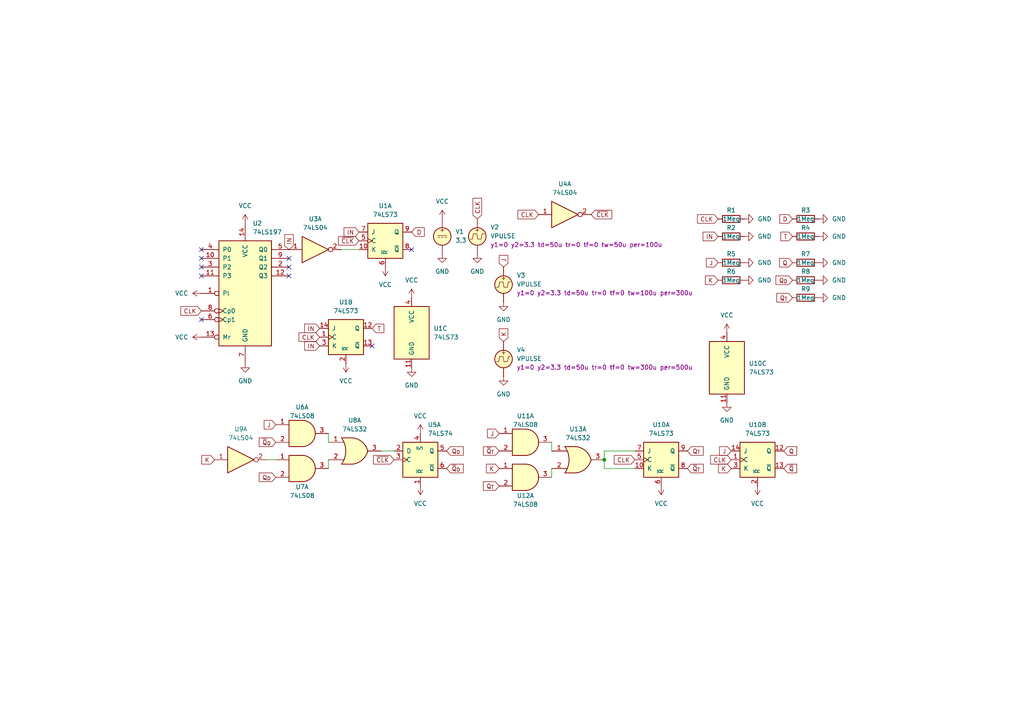
<source format=kicad_sch>
(kicad_sch (version 20250114) (generator "eeschema") (generator_version "9.0")
  (paper "A4")
  (lib_symbols
    (symbol "74xx:74LS04"
      (property "Reference" "U" (at 0 1.27 0))
      (property "Value" "74LS04" (at 0 -1.27 0))
      (symbol "74LS04_1_0"
        (polyline (pts (xy -3.81 3.81) (xy -3.81 -3.81) (xy 3.81 0) (xy -3.81 3.81)) (stroke (width 0.254)) (fill (type background)))
        (pin input line (at -7.62 0 0) (length 3.81) (name "~") (number "1"))
        (pin output inverted (at 7.62 0 180) (length 3.81) (name "~") (number "2"))
      )
      (symbol "74LS04_2_0"
        (polyline (pts (xy -3.81 3.81) (xy -3.81 -3.81) (xy 3.81 0) (xy -3.81 3.81)) (stroke (width 0.254)) (fill (type background)))
        (pin input line (at -7.62 0 0) (length 3.81) (name "~") (number "3"))
        (pin output inverted (at 7.62 0 180) (length 3.81) (name "~") (number "4"))
      )
      (symbol "74LS04_3_0"
        (polyline (pts (xy -3.81 3.81) (xy -3.81 -3.81) (xy 3.81 0) (xy -3.81 3.81)) (stroke (width 0.254)) (fill (type background)))
        (pin input line (at -7.62 0 0) (length 3.81) (name "~") (number "5"))
        (pin output inverted (at 7.62 0 180) (length 3.81) (name "~") (number "6"))
      )
      (symbol "74LS04_4_0"
        (polyline (pts (xy -3.81 3.81) (xy -3.81 -3.81) (xy 3.81 0) (xy -3.81 3.81)) (stroke (width 0.254)) (fill (type background)))
        (pin input line (at -7.62 0 0) (length 3.81) (name "~") (number "9"))
        (pin output inverted (at 7.62 0 180) (length 3.81) (name "~") (number "8"))
      )
      (symbol "74LS04_5_0"
        (polyline (pts (xy -3.81 3.81) (xy -3.81 -3.81) (xy 3.81 0) (xy -3.81 3.81)) (stroke (width 0.254)) (fill (type background)))
        (pin input line (at -7.62 0 0) (length 3.81) (name "~") (number "11"))
        (pin output inverted (at 7.62 0 180) (length 3.81) (name "~") (number "10"))
      )
      (symbol "74LS04_6_0"
        (polyline (pts (xy -3.81 3.81) (xy -3.81 -3.81) (xy 3.81 0) (xy -3.81 3.81)) (stroke (width 0.254)) (fill (type background)))
        (pin input line (at -7.62 0 0) (length 3.81) (name "~") (number "13"))
        (pin output inverted (at 7.62 0 180) (length 3.81) (name "~") (number "12"))
      )
      (symbol "74LS04_7_0"
        (pin power_in line (at 0 12.7 270) (length 5.08) (name "VCC") (number "14"))
        (pin power_in line (at 0 -12.7 90) (length 5.08) (name "GND") (number "7"))
      )
      (symbol "74LS04_7_1"
        (rectangle (start -5.08 7.62) (end 5.08 -7.62) (stroke (width 0.254)) (fill (type background)))
      )
    )
    (symbol "74xx:74LS08" (pin_names (offset 1.016))
      (property "Reference" "U" (at 0 1.27 0))
      (property "Value" "74LS08" (at 0 -1.27 0))
      (symbol "74LS08_1_1"
        (arc (start 0 3.81) (mid 3.7934 0) (end 0 -3.81) (stroke (width 0.254)) (fill (type background)))
        (polyline (pts (xy 0 3.81) (xy -3.81 3.81) (xy -3.81 -3.81) (xy 0 -3.81)) (stroke (width 0.254)) (fill (type background)))
        (pin input line (at -7.62 2.54 0) (length 3.81) (name "~") (number "1"))
        (pin input line (at -7.62 -2.54 0) (length 3.81) (name "~") (number "2"))
        (pin output line (at 7.62 0 180) (length 3.81) (name "~") (number "3"))
      )
      (symbol "74LS08_1_2"
        (arc (start -3.81 3.81) (mid -2.589 0) (end -3.81 -3.81) (stroke (width 0.254)))
        (polyline (pts (xy -3.81 3.81) (xy -0.635 3.81)) (stroke (width 0.254)) (fill (type background)))
        (polyline (pts (xy -3.81 -3.81) (xy -0.635 -3.81)) (stroke (width 0.254)) (fill (type background)))
        (arc (start 3.81 0) (mid 2.1855 -2.584) (end -0.6096 -3.81) (stroke (width 0.254)) (fill (type background)))
        (arc (start -0.6096 3.81) (mid 2.1928 2.5924) (end 3.81 0) (stroke (width 0.254)) (fill (type background)))
        (polyline (pts (xy -0.635 3.81) (xy -3.81 3.81) (xy -3.81 3.81) (xy -3.556 3.4036) (xy -3.0226 2.2606) (xy -2.6924 1.0414) (xy -2.6162 -0.254) (xy -2.7686 -1.4986) (xy -3.175 -2.7178) (xy -3.81 -3.81) (xy -3.81 -3.81) (xy -0.635 -3.81)) (stroke (width -25.4)) (fill (type background)))
        (pin input inverted (at -7.62 2.54 0) (length 4.318) (name "~") (number "1"))
        (pin input inverted (at -7.62 -2.54 0) (length 4.318) (name "~") (number "2"))
        (pin output inverted (at 7.62 0 180) (length 3.81) (name "~") (number "3"))
      )
      (symbol "74LS08_2_1"
        (arc (start 0 3.81) (mid 3.7934 0) (end 0 -3.81) (stroke (width 0.254)) (fill (type background)))
        (polyline (pts (xy 0 3.81) (xy -3.81 3.81) (xy -3.81 -3.81) (xy 0 -3.81)) (stroke (width 0.254)) (fill (type background)))
        (pin input line (at -7.62 2.54 0) (length 3.81) (name "~") (number "4"))
        (pin input line (at -7.62 -2.54 0) (length 3.81) (name "~") (number "5"))
        (pin output line (at 7.62 0 180) (length 3.81) (name "~") (number "6"))
      )
      (symbol "74LS08_2_2"
        (arc (start -3.81 3.81) (mid -2.589 0) (end -3.81 -3.81) (stroke (width 0.254)))
        (polyline (pts (xy -3.81 3.81) (xy -0.635 3.81)) (stroke (width 0.254)) (fill (type background)))
        (polyline (pts (xy -3.81 -3.81) (xy -0.635 -3.81)) (stroke (width 0.254)) (fill (type background)))
        (arc (start 3.81 0) (mid 2.1855 -2.584) (end -0.6096 -3.81) (stroke (width 0.254)) (fill (type background)))
        (arc (start -0.6096 3.81) (mid 2.1928 2.5924) (end 3.81 0) (stroke (width 0.254)) (fill (type background)))
        (polyline (pts (xy -0.635 3.81) (xy -3.81 3.81) (xy -3.81 3.81) (xy -3.556 3.4036) (xy -3.0226 2.2606) (xy -2.6924 1.0414) (xy -2.6162 -0.254) (xy -2.7686 -1.4986) (xy -3.175 -2.7178) (xy -3.81 -3.81) (xy -3.81 -3.81) (xy -0.635 -3.81)) (stroke (width -25.4)) (fill (type background)))
        (pin input inverted (at -7.62 2.54 0) (length 4.318) (name "~") (number "4"))
        (pin input inverted (at -7.62 -2.54 0) (length 4.318) (name "~") (number "5"))
        (pin output inverted (at 7.62 0 180) (length 3.81) (name "~") (number "6"))
      )
      (symbol "74LS08_3_1"
        (arc (start 0 3.81) (mid 3.7934 0) (end 0 -3.81) (stroke (width 0.254)) (fill (type background)))
        (polyline (pts (xy 0 3.81) (xy -3.81 3.81) (xy -3.81 -3.81) (xy 0 -3.81)) (stroke (width 0.254)) (fill (type background)))
        (pin input line (at -7.62 2.54 0) (length 3.81) (name "~") (number "9"))
        (pin input line (at -7.62 -2.54 0) (length 3.81) (name "~") (number "10"))
        (pin output line (at 7.62 0 180) (length 3.81) (name "~") (number "8"))
      )
      (symbol "74LS08_3_2"
        (arc (start -3.81 3.81) (mid -2.589 0) (end -3.81 -3.81) (stroke (width 0.254)))
        (polyline (pts (xy -3.81 3.81) (xy -0.635 3.81)) (stroke (width 0.254)) (fill (type background)))
        (polyline (pts (xy -3.81 -3.81) (xy -0.635 -3.81)) (stroke (width 0.254)) (fill (type background)))
        (arc (start 3.81 0) (mid 2.1855 -2.584) (end -0.6096 -3.81) (stroke (width 0.254)) (fill (type background)))
        (arc (start -0.6096 3.81) (mid 2.1928 2.5924) (end 3.81 0) (stroke (width 0.254)) (fill (type background)))
        (polyline (pts (xy -0.635 3.81) (xy -3.81 3.81) (xy -3.81 3.81) (xy -3.556 3.4036) (xy -3.0226 2.2606) (xy -2.6924 1.0414) (xy -2.6162 -0.254) (xy -2.7686 -1.4986) (xy -3.175 -2.7178) (xy -3.81 -3.81) (xy -3.81 -3.81) (xy -0.635 -3.81)) (stroke (width -25.4)) (fill (type background)))
        (pin input inverted (at -7.62 2.54 0) (length 4.318) (name "~") (number "9"))
        (pin input inverted (at -7.62 -2.54 0) (length 4.318) (name "~") (number "10"))
        (pin output inverted (at 7.62 0 180) (length 3.81) (name "~") (number "8"))
      )
      (symbol "74LS08_4_1"
        (arc (start 0 3.81) (mid 3.7934 0) (end 0 -3.81) (stroke (width 0.254)) (fill (type background)))
        (polyline (pts (xy 0 3.81) (xy -3.81 3.81) (xy -3.81 -3.81) (xy 0 -3.81)) (stroke (width 0.254)) (fill (type background)))
        (pin input line (at -7.62 2.54 0) (length 3.81) (name "~") (number "12"))
        (pin input line (at -7.62 -2.54 0) (length 3.81) (name "~") (number "13"))
        (pin output line (at 7.62 0 180) (length 3.81) (name "~") (number "11"))
      )
      (symbol "74LS08_4_2"
        (arc (start -3.81 3.81) (mid -2.589 0) (end -3.81 -3.81) (stroke (width 0.254)))
        (polyline (pts (xy -3.81 3.81) (xy -0.635 3.81)) (stroke (width 0.254)) (fill (type background)))
        (polyline (pts (xy -3.81 -3.81) (xy -0.635 -3.81)) (stroke (width 0.254)) (fill (type background)))
        (arc (start 3.81 0) (mid 2.1855 -2.584) (end -0.6096 -3.81) (stroke (width 0.254)) (fill (type background)))
        (arc (start -0.6096 3.81) (mid 2.1928 2.5924) (end 3.81 0) (stroke (width 0.254)) (fill (type background)))
        (polyline (pts (xy -0.635 3.81) (xy -3.81 3.81) (xy -3.81 3.81) (xy -3.556 3.4036) (xy -3.0226 2.2606) (xy -2.6924 1.0414) (xy -2.6162 -0.254) (xy -2.7686 -1.4986) (xy -3.175 -2.7178) (xy -3.81 -3.81) (xy -3.81 -3.81) (xy -0.635 -3.81)) (stroke (width -25.4)) (fill (type background)))
        (pin input inverted (at -7.62 2.54 0) (length 4.318) (name "~") (number "12"))
        (pin input inverted (at -7.62 -2.54 0) (length 4.318) (name "~") (number "13"))
        (pin output inverted (at 7.62 0 180) (length 3.81) (name "~") (number "11"))
      )
      (symbol "74LS08_5_0"
        (pin power_in line (at 0 12.7 270) (length 5.08) (name "VCC") (number "14"))
        (pin power_in line (at 0 -12.7 90) (length 5.08) (name "GND") (number "7"))
      )
      (symbol "74LS08_5_1"
        (rectangle (start -5.08 7.62) (end 5.08 -7.62) (stroke (width 0.254)) (fill (type background)))
      )
    )
    (symbol "74xx:74LS197" (pin_names (offset 1.016))
      (property "Reference" "U" (at -7.62 16.51 0))
      (property "Value" "74LS197" (at -7.62 -16.51 0))
      (symbol "74LS197_1_0"
        (pin input line (at -12.7 12.7 0) (length 5.08) (name "P0") (number "4"))
        (pin input line (at -12.7 10.16 0) (length 5.08) (name "P1") (number "10"))
        (pin input line (at -12.7 7.62 0) (length 5.08) (name "P2") (number "3"))
        (pin input line (at -12.7 5.08 0) (length 5.08) (name "P3") (number "11"))
        (pin input inverted (at -12.7 0 0) (length 5.08) (name "Pl") (number "1"))
        (pin input inverted_clock (at -12.7 -5.08 0) (length 5.08) (name "Cp0") (number "8"))
        (pin input inverted_clock (at -12.7 -7.62 0) (length 5.08) (name "Cp1") (number "6"))
        (pin input inverted (at -12.7 -12.7 0) (length 5.08) (name "Mr") (number "13"))
        (pin power_in line (at 0 20.32 270) (length 5.08) (name "VCC") (number "14"))
        (pin power_in line (at 0 -20.32 90) (length 5.08) (name "GND") (number "7"))
        (pin output line (at 12.7 12.7 180) (length 5.08) (name "Q0") (number "5"))
        (pin output line (at 12.7 10.16 180) (length 5.08) (name "Q1") (number "9"))
        (pin output line (at 12.7 7.62 180) (length 5.08) (name "Q2") (number "2"))
        (pin output line (at 12.7 5.08 180) (length 5.08) (name "Q3") (number "12"))
      )
      (symbol "74LS197_1_1"
        (rectangle (start -7.62 15.24) (end 7.62 -15.24) (stroke (width 0.254)) (fill (type background)))
      )
    )
    (symbol "74xx:74LS32" (pin_names (offset 1.016))
      (property "Reference" "U" (at 0 1.27 0))
      (property "Value" "74LS32" (at 0 -1.27 0))
      (symbol "74LS32_1_1"
        (arc (start -3.81 3.81) (mid -2.589 0) (end -3.81 -3.81) (stroke (width 0.254)))
        (polyline (pts (xy -3.81 3.81) (xy -0.635 3.81)) (stroke (width 0.254)) (fill (type background)))
        (polyline (pts (xy -3.81 -3.81) (xy -0.635 -3.81)) (stroke (width 0.254)) (fill (type background)))
        (arc (start 3.81 0) (mid 2.1855 -2.584) (end -0.6096 -3.81) (stroke (width 0.254)) (fill (type background)))
        (arc (start -0.6096 3.81) (mid 2.1928 2.5924) (end 3.81 0) (stroke (width 0.254)) (fill (type background)))
        (polyline (pts (xy -0.635 3.81) (xy -3.81 3.81) (xy -3.81 3.81) (xy -3.556 3.4036) (xy -3.0226 2.2606) (xy -2.6924 1.0414) (xy -2.6162 -0.254) (xy -2.7686 -1.4986) (xy -3.175 -2.7178) (xy -3.81 -3.81) (xy -3.81 -3.81) (xy -0.635 -3.81)) (stroke (width -25.4)) (fill (type background)))
        (pin input line (at -7.62 2.54 0) (length 4.318) (name "~") (number "1"))
        (pin input line (at -7.62 -2.54 0) (length 4.318) (name "~") (number "2"))
        (pin output line (at 7.62 0 180) (length 3.81) (name "~") (number "3"))
      )
      (symbol "74LS32_1_2"
        (arc (start 0 3.81) (mid 3.7934 0) (end 0 -3.81) (stroke (width 0.254)) (fill (type background)))
        (polyline (pts (xy 0 3.81) (xy -3.81 3.81) (xy -3.81 -3.81) (xy 0 -3.81)) (stroke (width 0.254)) (fill (type background)))
        (pin input inverted (at -7.62 2.54 0) (length 3.81) (name "~") (number "1"))
        (pin input inverted (at -7.62 -2.54 0) (length 3.81) (name "~") (number "2"))
        (pin output inverted (at 7.62 0 180) (length 3.81) (name "~") (number "3"))
      )
      (symbol "74LS32_2_1"
        (arc (start -3.81 3.81) (mid -2.589 0) (end -3.81 -3.81) (stroke (width 0.254)))
        (polyline (pts (xy -3.81 3.81) (xy -0.635 3.81)) (stroke (width 0.254)) (fill (type background)))
        (polyline (pts (xy -3.81 -3.81) (xy -0.635 -3.81)) (stroke (width 0.254)) (fill (type background)))
        (arc (start 3.81 0) (mid 2.1855 -2.584) (end -0.6096 -3.81) (stroke (width 0.254)) (fill (type background)))
        (arc (start -0.6096 3.81) (mid 2.1928 2.5924) (end 3.81 0) (stroke (width 0.254)) (fill (type background)))
        (polyline (pts (xy -0.635 3.81) (xy -3.81 3.81) (xy -3.81 3.81) (xy -3.556 3.4036) (xy -3.0226 2.2606) (xy -2.6924 1.0414) (xy -2.6162 -0.254) (xy -2.7686 -1.4986) (xy -3.175 -2.7178) (xy -3.81 -3.81) (xy -3.81 -3.81) (xy -0.635 -3.81)) (stroke (width -25.4)) (fill (type background)))
        (pin input line (at -7.62 2.54 0) (length 4.318) (name "~") (number "4"))
        (pin input line (at -7.62 -2.54 0) (length 4.318) (name "~") (number "5"))
        (pin output line (at 7.62 0 180) (length 3.81) (name "~") (number "6"))
      )
      (symbol "74LS32_2_2"
        (arc (start 0 3.81) (mid 3.7934 0) (end 0 -3.81) (stroke (width 0.254)) (fill (type background)))
        (polyline (pts (xy 0 3.81) (xy -3.81 3.81) (xy -3.81 -3.81) (xy 0 -3.81)) (stroke (width 0.254)) (fill (type background)))
        (pin input inverted (at -7.62 2.54 0) (length 3.81) (name "~") (number "4"))
        (pin input inverted (at -7.62 -2.54 0) (length 3.81) (name "~") (number "5"))
        (pin output inverted (at 7.62 0 180) (length 3.81) (name "~") (number "6"))
      )
      (symbol "74LS32_3_1"
        (arc (start -3.81 3.81) (mid -2.589 0) (end -3.81 -3.81) (stroke (width 0.254)))
        (polyline (pts (xy -3.81 3.81) (xy -0.635 3.81)) (stroke (width 0.254)) (fill (type background)))
        (polyline (pts (xy -3.81 -3.81) (xy -0.635 -3.81)) (stroke (width 0.254)) (fill (type background)))
        (arc (start 3.81 0) (mid 2.1855 -2.584) (end -0.6096 -3.81) (stroke (width 0.254)) (fill (type background)))
        (arc (start -0.6096 3.81) (mid 2.1928 2.5924) (end 3.81 0) (stroke (width 0.254)) (fill (type background)))
        (polyline (pts (xy -0.635 3.81) (xy -3.81 3.81) (xy -3.81 3.81) (xy -3.556 3.4036) (xy -3.0226 2.2606) (xy -2.6924 1.0414) (xy -2.6162 -0.254) (xy -2.7686 -1.4986) (xy -3.175 -2.7178) (xy -3.81 -3.81) (xy -3.81 -3.81) (xy -0.635 -3.81)) (stroke (width -25.4)) (fill (type background)))
        (pin input line (at -7.62 2.54 0) (length 4.318) (name "~") (number "9"))
        (pin input line (at -7.62 -2.54 0) (length 4.318) (name "~") (number "10"))
        (pin output line (at 7.62 0 180) (length 3.81) (name "~") (number "8"))
      )
      (symbol "74LS32_3_2"
        (arc (start 0 3.81) (mid 3.7934 0) (end 0 -3.81) (stroke (width 0.254)) (fill (type background)))
        (polyline (pts (xy 0 3.81) (xy -3.81 3.81) (xy -3.81 -3.81) (xy 0 -3.81)) (stroke (width 0.254)) (fill (type background)))
        (pin input inverted (at -7.62 2.54 0) (length 3.81) (name "~") (number "9"))
        (pin input inverted (at -7.62 -2.54 0) (length 3.81) (name "~") (number "10"))
        (pin output inverted (at 7.62 0 180) (length 3.81) (name "~") (number "8"))
      )
      (symbol "74LS32_4_1"
        (arc (start -3.81 3.81) (mid -2.589 0) (end -3.81 -3.81) (stroke (width 0.254)))
        (polyline (pts (xy -3.81 3.81) (xy -0.635 3.81)) (stroke (width 0.254)) (fill (type background)))
        (polyline (pts (xy -3.81 -3.81) (xy -0.635 -3.81)) (stroke (width 0.254)) (fill (type background)))
        (arc (start 3.81 0) (mid 2.1855 -2.584) (end -0.6096 -3.81) (stroke (width 0.254)) (fill (type background)))
        (arc (start -0.6096 3.81) (mid 2.1928 2.5924) (end 3.81 0) (stroke (width 0.254)) (fill (type background)))
        (polyline (pts (xy -0.635 3.81) (xy -3.81 3.81) (xy -3.81 3.81) (xy -3.556 3.4036) (xy -3.0226 2.2606) (xy -2.6924 1.0414) (xy -2.6162 -0.254) (xy -2.7686 -1.4986) (xy -3.175 -2.7178) (xy -3.81 -3.81) (xy -3.81 -3.81) (xy -0.635 -3.81)) (stroke (width -25.4)) (fill (type background)))
        (pin input line (at -7.62 2.54 0) (length 4.318) (name "~") (number "12"))
        (pin input line (at -7.62 -2.54 0) (length 4.318) (name "~") (number "13"))
        (pin output line (at 7.62 0 180) (length 3.81) (name "~") (number "11"))
      )
      (symbol "74LS32_4_2"
        (arc (start 0 3.81) (mid 3.7934 0) (end 0 -3.81) (stroke (width 0.254)) (fill (type background)))
        (polyline (pts (xy 0 3.81) (xy -3.81 3.81) (xy -3.81 -3.81) (xy 0 -3.81)) (stroke (width 0.254)) (fill (type background)))
        (pin input inverted (at -7.62 2.54 0) (length 3.81) (name "~") (number "12"))
        (pin input inverted (at -7.62 -2.54 0) (length 3.81) (name "~") (number "13"))
        (pin output inverted (at 7.62 0 180) (length 3.81) (name "~") (number "11"))
      )
      (symbol "74LS32_5_0"
        (pin power_in line (at 0 12.7 270) (length 5.08) (name "VCC") (number "14"))
        (pin power_in line (at 0 -12.7 90) (length 5.08) (name "GND") (number "7"))
      )
      (symbol "74LS32_5_1"
        (rectangle (start -5.08 7.62) (end 5.08 -7.62) (stroke (width 0.254)) (fill (type background)))
      )
    )
    (symbol "74xx:74LS73" (pin_names (offset 1.016))
      (property "Reference" "U" (at -7.62 8.89 0))
      (property "Value" "74LS73" (at -7.62 -8.89 0))
      (symbol "74LS73_1_0"
        (pin input line (at -7.62 2.54 0) (length 2.54) (name "J") (number "7"))
        (pin input clock (at -7.62 0 0) (length 2.54) (name "C") (number "5"))
        (pin input line (at -7.62 -2.54 0) (length 2.54) (name "K") (number "10"))
        (pin input line (at 0 -7.62 90) (length 2.54) (name "~{R}") (number "6"))
        (pin output line (at 7.62 2.54 180) (length 2.54) (name "Q") (number "9"))
        (pin output line (at 7.62 -2.54 180) (length 2.54) (name "~{Q}") (number "8"))
      )
      (symbol "74LS73_1_1"
        (rectangle (start -5.08 5.08) (end 5.08 -5.08) (stroke (width 0.254)) (fill (type background)))
      )
      (symbol "74LS73_2_0"
        (pin input line (at -7.62 2.54 0) (length 2.54) (name "J") (number "14"))
        (pin input clock (at -7.62 0 0) (length 2.54) (name "C") (number "1"))
        (pin input line (at -7.62 -2.54 0) (length 2.54) (name "K") (number "3"))
        (pin input line (at 0 -7.62 90) (length 2.54) (name "~{R}") (number "2"))
        (pin output line (at 7.62 2.54 180) (length 2.54) (name "Q") (number "12"))
        (pin output line (at 7.62 -2.54 180) (length 2.54) (name "~{Q}") (number "13"))
      )
      (symbol "74LS73_2_1"
        (rectangle (start -5.08 5.08) (end 5.08 -5.08) (stroke (width 0.254)) (fill (type background)))
      )
      (symbol "74LS73_3_0"
        (pin power_in line (at 0 10.16 270) (length 2.54) (name "VCC") (number "4"))
        (pin power_in line (at 0 -10.16 90) (length 2.54) (name "GND") (number "11"))
      )
      (symbol "74LS73_3_1"
        (rectangle (start -5.08 7.62) (end 5.08 -7.62) (stroke (width 0.254)) (fill (type background)))
      )
    )
    (symbol "74xx:74LS74" (pin_names (offset 1.016))
      (property "Reference" "U" (at -7.62 8.89 0))
      (property "Value" "74LS74" (at -7.62 -8.89 0))
      (symbol "74LS74_1_0"
        (pin input line (at -7.62 2.54 0) (length 2.54) (name "D") (number "2"))
        (pin input clock (at -7.62 0 0) (length 2.54) (name "C") (number "3"))
        (pin input line (at 0 7.62 270) (length 2.54) (name "~{S}") (number "4"))
        (pin input line (at 0 -7.62 90) (length 2.54) (name "~{R}") (number "1"))
        (pin output line (at 7.62 2.54 180) (length 2.54) (name "Q") (number "5"))
        (pin output line (at 7.62 -2.54 180) (length 2.54) (name "~{Q}") (number "6"))
      )
      (symbol "74LS74_1_1"
        (rectangle (start -5.08 5.08) (end 5.08 -5.08) (stroke (width 0.254)) (fill (type background)))
      )
      (symbol "74LS74_2_0"
        (pin input line (at -7.62 2.54 0) (length 2.54) (name "D") (number "12"))
        (pin input clock (at -7.62 0 0) (length 2.54) (name "C") (number "11"))
        (pin input line (at 0 7.62 270) (length 2.54) (name "~{S}") (number "10"))
        (pin input line (at 0 -7.62 90) (length 2.54) (name "~{R}") (number "13"))
        (pin output line (at 7.62 2.54 180) (length 2.54) (name "Q") (number "9"))
        (pin output line (at 7.62 -2.54 180) (length 2.54) (name "~{Q}") (number "8"))
      )
      (symbol "74LS74_2_1"
        (rectangle (start -5.08 5.08) (end 5.08 -5.08) (stroke (width 0.254)) (fill (type background)))
      )
      (symbol "74LS74_3_0"
        (pin power_in line (at 0 10.16 270) (length 2.54) (name "VCC") (number "14"))
        (pin power_in line (at 0 -10.16 90) (length 2.54) (name "GND") (number "7"))
      )
      (symbol "74LS74_3_1"
        (rectangle (start -5.08 7.62) (end 5.08 -7.62) (stroke (width 0.254)) (fill (type background)))
      )
    )
    (symbol "Device:R" (pin_numbers (hide yes)) (pin_names (offset 0))
      (property "Reference" "R" (at 2.032 0 90))
      (property "Value" "R" (at 0 0 90))
      (symbol "R_0_1"
        (rectangle (start -1.016 -2.54) (end 1.016 2.54) (stroke (width 0.254)))
      )
      (symbol "R_1_1"
        (pin passive line (at 0 3.81 270) (length 1.27) (name "~") (number "1"))
        (pin passive line (at 0 -3.81 90) (length 1.27) (name "~") (number "2"))
      )
    )
    (symbol "Simulation_SPICE:VDC" (pin_numbers (hide yes)) (pin_names (offset 0.0254))
      (property "Reference" "V" (at 2.54 2.54 0))
      (property "Value" "1" (at 2.54 0 0))
      (symbol "VDC_0_0"
        (polyline (pts (xy -1.27 0.254) (xy 1.27 0.254)))
        (polyline (pts (xy -0.762 -0.254) (xy -1.27 -0.254)))
        (polyline (pts (xy 0.254 -0.254) (xy -0.254 -0.254)))
        (polyline (pts (xy 1.27 -0.254) (xy 0.762 -0.254)))
        (text "+" (at 0 1.905 0) (effects (font (size 1.27 1.27))))
      )
      (symbol "VDC_0_1"
        (circle (center 0 0) (radius 2.54) (stroke (width 0.254)) (fill (type background)))
      )
      (symbol "VDC_1_1"
        (pin passive line (at 0 5.08 270) (length 2.54) (name "~") (number "1"))
        (pin passive line (at 0 -5.08 90) (length 2.54) (name "~") (number "2"))
      )
    )
    (symbol "Simulation_SPICE:VPULSE" (pin_numbers (hide yes)) (pin_names (offset 0.0254))
      (property "Reference" "V" (at 2.54 2.54 0))
      (property "Value" "VPULSE" (at 2.54 0 0))
      (property "Sim.Params" "y1=0 y2=1 td=2n tr=2n tf=2n tw=50n per=100n" (at 2.54 -2.54 0))
      (symbol "VPULSE_0_0"
        (polyline (pts (xy -2.032 -0.762) (xy -1.397 -0.762) (xy -1.143 0.762) (xy -0.127 0.762) (xy 0.127 -0.762) (xy 1.143 -0.762) (xy 1.397 0.762) (xy 2.032 0.762)))
        (text "+" (at 0 1.905 0) (effects (font (size 1.27 1.27))))
      )
      (symbol "VPULSE_0_1"
        (circle (center 0 0) (radius 2.54) (stroke (width 0.254)) (fill (type background)))
      )
      (symbol "VPULSE_1_1"
        (pin passive line (at 0 5.08 270) (length 2.54) (name "~") (number "1"))
        (pin passive line (at 0 -5.08 90) (length 2.54) (name "~") (number "2"))
      )
    )
    (symbol "power:GND" (power) (pin_numbers (hide yes)) (pin_names (offset 0) (hide yes))
      (property "Value" "GND" (at 0 -3.81 0))
      (symbol "GND_0_1"
        (polyline (pts (xy 0 0) (xy 0 -1.27) (xy 1.27 -1.27) (xy 0 -2.54) (xy -1.27 -1.27) (xy 0 -1.27)))
      )
      (symbol "GND_1_1"
        (pin power_in line (at 0 0 270) (length 0) (name "~") (number "1"))
      )
    )
    (symbol "power:VCC" (power) (pin_numbers (hide yes)) (pin_names (offset 0) (hide yes))
      (property "Value" "VCC" (at 0 3.556 0))
      (symbol "VCC_0_1"
        (polyline (pts (xy -0.762 1.27) (xy 0 2.54)))
        (polyline (pts (xy 0 2.54) (xy 0.762 1.27)))
        (polyline (pts (xy 0 0) (xy 0 2.54)))
      )
      (symbol "VCC_1_1"
        (pin power_in line (at 0 0 90) (length 0) (name "~") (number "1"))
      )
    )
  )
  (junction (at 175.26 133.35))
  (no_connect (at 119.38 72.39))
  (no_connect (at 58.42 92.71))
  (no_connect (at 58.42 72.39))
  (no_connect (at 58.42 80.01))
  (no_connect (at 58.42 77.47))
  (no_connect (at 58.42 74.93))
  (no_connect (at 83.82 80.01))
  (no_connect (at 83.82 77.47))
  (no_connect (at 107.95 100.33))
  (no_connect (at 83.82 74.93))
  (wire (pts (xy 95.25 125.73) (xy 95.25 128.27)))
  (wire (pts (xy 77.47 133.35) (xy 80.01 133.35)))
  (wire (pts (xy 175.26 133.35) (xy 175.26 130.81)))
  (wire (pts (xy 99.06 72.39) (xy 104.14 72.39)))
  (wire (pts (xy 160.02 128.27) (xy 160.02 130.81)))
  (wire (pts (xy 175.26 130.81) (xy 184.15 130.81)))
  (wire (pts (xy 110.49 130.81) (xy 114.3 130.81)))
  (wire (pts (xy 95.25 133.35) (xy 95.25 135.89)))
  (wire (pts (xy 175.26 135.89) (xy 184.15 135.89)))
  (wire (pts (xy 160.02 135.89) (xy 160.02 138.43)))
  (wire (pts (xy 175.26 133.35) (xy 175.26 135.89)))
  (global_label "IN" (shape input) (at 92.71 95.25 180) (property "Intersheetrefs" "${INTERSHEET_REFS}" (effects (hide yes))))
  (global_label "Q_{D}" (shape input) (at 129.54 130.81 0) (property "Intersheetrefs" "${INTERSHEET_REFS}" (effects (hide yes))))
  (global_label "J" (shape input) (at 144.78 125.73 180) (property "Intersheetrefs" "${INTERSHEET_REFS}" (effects (hide yes))))
  (global_label "Q_{T}" (shape input) (at 229.87 86.36 180) (property "Intersheetrefs" "${INTERSHEET_REFS}" (effects (hide yes))))
  (global_label "Q" (shape input) (at 227.33 130.81 0) (property "Intersheetrefs" "${INTERSHEET_REFS}" (effects (hide yes))))
  (global_label "~{Q}_{T}" (shape input) (at 199.39 135.89 0) (property "Intersheetrefs" "${INTERSHEET_REFS}" (effects (hide yes))))
  (global_label "Q_{D}" (shape input) (at 229.87 81.28 180) (property "Intersheetrefs" "${INTERSHEET_REFS}" (effects (hide yes))))
  (global_label "~{Q}_{D}" (shape input) (at 80.01 128.27 180) (property "Intersheetrefs" "${INTERSHEET_REFS}" (effects (hide yes))))
  (global_label "~{CLK}" (shape input) (at 114.3 133.35 180) (property "Intersheetrefs" "${INTERSHEET_REFS}" (effects (hide yes))))
  (global_label "K" (shape input) (at 62.23 133.35 180) (property "Intersheetrefs" "${INTERSHEET_REFS}" (effects (hide yes))))
  (global_label "Q_{T}" (shape input) (at 144.78 140.97 180) (property "Intersheetrefs" "${INTERSHEET_REFS}" (effects (hide yes))))
  (global_label "CLK" (shape input) (at 212.09 133.35 180) (property "Intersheetrefs" "${INTERSHEET_REFS}" (effects (hide yes))))
  (global_label "T" (shape input) (at 107.95 95.25 0) (property "Intersheetrefs" "${INTERSHEET_REFS}" (effects (hide yes))))
  (global_label "K" (shape input) (at 146.05 99.06 90) (property "Intersheetrefs" "${INTERSHEET_REFS}" (effects (hide yes))))
  (global_label "IN" (shape input) (at 208.28 68.58 180) (property "Intersheetrefs" "${INTERSHEET_REFS}" (effects (hide yes))))
  (global_label "~{Q}_{T}" (shape input) (at 144.78 130.81 180) (property "Intersheetrefs" "${INTERSHEET_REFS}" (effects (hide yes))))
  (global_label "CLK" (shape input) (at 58.42 90.17 180) (property "Intersheetrefs" "${INTERSHEET_REFS}" (effects (hide yes))))
  (global_label "Q" (shape input) (at 229.87 76.2 180) (property "Intersheetrefs" "${INTERSHEET_REFS}" (effects (hide yes))))
  (global_label "~{Q}" (shape input) (at 227.33 135.89 0) (property "Intersheetrefs" "${INTERSHEET_REFS}" (effects (hide yes))))
  (global_label "K" (shape input) (at 144.78 135.89 180) (property "Intersheetrefs" "${INTERSHEET_REFS}" (effects (hide yes))))
  (global_label "CLK" (shape input) (at 184.15 133.35 180) (property "Intersheetrefs" "${INTERSHEET_REFS}" (effects (hide yes))))
  (global_label "CLK" (shape input) (at 92.71 97.79 180) (property "Intersheetrefs" "${INTERSHEET_REFS}" (effects (hide yes))))
  (global_label "CLK" (shape input) (at 138.43 63.5 90) (property "Intersheetrefs" "${INTERSHEET_REFS}" (effects (hide yes))))
  (global_label "~{Q}_{D}" (shape input) (at 129.54 135.89 0) (property "Intersheetrefs" "${INTERSHEET_REFS}" (effects (hide yes))))
  (global_label "IN" (shape input) (at 83.82 72.39 90) (property "Intersheetrefs" "${INTERSHEET_REFS}" (effects (hide yes))))
  (global_label "CLK" (shape input) (at 208.28 63.5 180) (property "Intersheetrefs" "${INTERSHEET_REFS}" (effects (hide yes))))
  (global_label "Q_{T}" (shape input) (at 199.39 130.81 0) (property "Intersheetrefs" "${INTERSHEET_REFS}" (effects (hide yes))))
  (global_label "D" (shape input) (at 229.87 63.5 180) (property "Intersheetrefs" "${INTERSHEET_REFS}" (effects (hide yes))))
  (global_label "Q_{D}" (shape input) (at 80.01 138.43 180) (property "Intersheetrefs" "${INTERSHEET_REFS}" (effects (hide yes))))
  (global_label "K" (shape input) (at 208.28 81.28 180) (property "Intersheetrefs" "${INTERSHEET_REFS}" (effects (hide yes))))
  (global_label "IN" (shape input) (at 92.71 100.33 180) (property "Intersheetrefs" "${INTERSHEET_REFS}" (effects (hide yes))))
  (global_label "J" (shape input) (at 208.28 76.2 180) (property "Intersheetrefs" "${INTERSHEET_REFS}" (effects (hide yes))))
  (global_label "K" (shape input) (at 212.09 135.89 180) (property "Intersheetrefs" "${INTERSHEET_REFS}" (effects (hide yes))))
  (global_label "J" (shape input) (at 212.09 130.81 180) (property "Intersheetrefs" "${INTERSHEET_REFS}" (effects (hide yes))))
  (global_label "~{CLK}" (shape input) (at 171.45 62.23 0) (property "Intersheetrefs" "${INTERSHEET_REFS}" (effects (hide yes))))
  (global_label "CLK" (shape input) (at 156.21 62.23 180) (property "Intersheetrefs" "${INTERSHEET_REFS}" (effects (hide yes))))
  (global_label "J" (shape input) (at 146.05 77.47 90) (property "Intersheetrefs" "${INTERSHEET_REFS}" (effects (hide yes))))
  (global_label "T" (shape input) (at 229.87 68.58 180) (property "Intersheetrefs" "${INTERSHEET_REFS}" (effects (hide yes))))
  (global_label "J" (shape input) (at 80.01 123.19 180) (property "Intersheetrefs" "${INTERSHEET_REFS}" (effects (hide yes))))
  (global_label "D" (shape input) (at 119.38 67.31 0) (property "Intersheetrefs" "${INTERSHEET_REFS}" (effects (hide yes))))
  (global_label "IN" (shape input) (at 104.14 67.31 180) (property "Intersheetrefs" "${INTERSHEET_REFS}" (effects (hide yes))))
  (global_label "~{CLK}" (shape input) (at 104.14 69.85 180) (property "Intersheetrefs" "${INTERSHEET_REFS}" (effects (hide yes))))
  (symbol (lib_id "74xx:74LS08") (at 87.63 135.89 0) (unit 1)
    (property "Reference" "U7" (at 87.63 141.224 0))
    (property "Value" "74LS08" (at 87.63 143.764 0))
    (property "Datasheet" "http://www.ti.com/lit/gpn/sn74LS08" (effects (hide yes)))
    (property "Description" "Quad And2" (effects (hide yes)))
    (property "Sim.Library" "../74LS08.lib" (effects (hide yes)))
    (property "Sim.Name" "74LS08" (effects (hide yes)))
    (property "Sim.Device" "SUBCKT" (effects (hide yes)))
    (property "Sim.Pins" "1=1A 2=1B 3=1Y" (effects (hide yes)))
  )
  (symbol (lib_id "power:GND") (at 210.82 116.84 0) (unit 1)
    (property "Reference" "#PWR024" (effects (hide yes)))
    (property "Value" "GND" (at 210.82 121.92 0))
    (property "Description" "Power symbol creates a global label with name \"GND\" , ground" (effects (hide yes)))
  )
  (symbol (lib_id "74xx:74LS73") (at 210.82 106.68 0) (unit 3)
    (property "Reference" "U10" (at 217.17 105.4099 0) (effects (justify left)))
    (property "Value" "74LS73" (at 217.17 107.9499 0) (effects (justify left)))
    (property "Datasheet" "http://www.ti.com/lit/gpn/sn74LS73" (effects (hide yes)))
    (property "Description" "Dual JK Flip-Flop, reset" (effects (hide yes)))
    (property "Sim.Library" "../74LS73A.lib" (effects (hide yes)))
    (property "Sim.Name" "74LS73A" (effects (hide yes)))
    (property "Sim.Device" "SUBCKT" (effects (hide yes)))
    (property "Sim.Pins" "1=1CLK 2=1CLRBAR 3=1K 4=DPWR 5=2CLK 6=2CLRBAR 7=2J 8=2QBAR 9=2Q 10=2K 11=DGND 12=1Q 13=1QBAR 14=1J" (effects (hide yes)))
  )
  (symbol (lib_id "power:GND") (at 215.9 63.5 90) (unit 1)
    (property "Reference" "#PWR012" (effects (hide yes)))
    (property "Value" "GND" (at 219.71 63.4999 90) (effects (justify right)))
    (property "Description" "Power symbol creates a global label with name \"GND\" , ground" (effects (hide yes)))
  )
  (symbol (lib_id "power:VCC") (at 111.76 77.47 180) (unit 1)
    (property "Reference" "#PWR06" (effects (hide yes)))
    (property "Value" "VCC" (at 111.76 82.55 0))
    (property "Description" "Power symbol creates a global label with name \"VCC\"" (effects (hide yes)))
  )
  (symbol (lib_id "power:VCC") (at 191.77 140.97 180) (unit 1)
    (property "Reference" "#PWR025" (effects (hide yes)))
    (property "Value" "VCC" (at 191.77 146.05 0))
    (property "Description" "Power symbol creates a global label with name \"VCC\"" (effects (hide yes)))
  )
  (symbol (lib_id "power:VCC") (at 128.27 63.5 0) (unit 1)
    (property "Reference" "#PWR01" (effects (hide yes)))
    (property "Value" "VCC" (at 128.27 58.42 0))
    (property "Description" "Power symbol creates a global label with name \"VCC\"" (effects (hide yes)))
  )
  (symbol (lib_id "Simulation_SPICE:VPULSE") (at 146.05 104.14 0) (unit 1)
    (property "Reference" "V4" (at 149.86 101.4701 0) (effects (justify left)))
    (property "Value" "VPULSE" (at 149.86 104.0101 0) (effects (justify left)))
    (property "Datasheet" "https://ngspice.sourceforge.io/docs/ngspice-html-manual/manual.xhtml#sec_Independent_Sources_for" (effects (hide yes)))
    (property "Description" "Voltage source, pulse" (effects (hide yes)))
    (property "Sim.Pins" "1=+ 2=-" (effects (hide yes)))
    (property "Sim.Type" "PULSE" (effects (hide yes)))
    (property "Sim.Device" "V" (effects (hide yes)))
    (property "Sim.Params" "y1=0 y2=3.3 td=50u tr=0 tf=0 tw=300u per=500u" (at 149.86 106.5501 0) (effects (justify left)))
  )
  (symbol (lib_id "Simulation_SPICE:VPULSE") (at 146.05 82.55 0) (unit 1)
    (property "Reference" "V3" (at 149.86 79.8801 0) (effects (justify left)))
    (property "Value" "VPULSE" (at 149.86 82.4201 0) (effects (justify left)))
    (property "Datasheet" "https://ngspice.sourceforge.io/docs/ngspice-html-manual/manual.xhtml#sec_Independent_Sources_for" (effects (hide yes)))
    (property "Description" "Voltage source, pulse" (effects (hide yes)))
    (property "Sim.Pins" "1=+ 2=-" (effects (hide yes)))
    (property "Sim.Type" "PULSE" (effects (hide yes)))
    (property "Sim.Device" "V" (effects (hide yes)))
    (property "Sim.Params" "y1=0 y2=3.3 td=50u tr=0 tf=0 tw=100u per=300u" (at 149.86 84.9601 0) (effects (justify left)))
  )
  (symbol (lib_id "Device:R") (at 233.68 76.2 90) (unit 1)
    (property "Reference" "R7" (at 233.68 73.66 90))
    (property "Value" "1Meg" (at 233.68 76.2 90))
    (property "Description" "Resistor" (effects (hide yes)))
  )
  (symbol (lib_id "power:GND") (at 119.38 106.68 0) (unit 1)
    (property "Reference" "#PWR03" (effects (hide yes)))
    (property "Value" "GND" (at 119.38 111.76 0))
    (property "Description" "Power symbol creates a global label with name \"GND\" , ground" (effects (hide yes)))
  )
  (symbol (lib_id "74xx:74LS08") (at 87.63 125.73 0) (unit 1)
    (property "Reference" "U6" (at 87.63 118.11 0))
    (property "Value" "74LS08" (at 87.63 120.65 0))
    (property "Datasheet" "http://www.ti.com/lit/gpn/sn74LS08" (effects (hide yes)))
    (property "Description" "Quad And2" (effects (hide yes)))
    (property "Sim.Library" "../74LS08.lib" (effects (hide yes)))
    (property "Sim.Name" "74LS08" (effects (hide yes)))
    (property "Sim.Device" "SUBCKT" (effects (hide yes)))
    (property "Sim.Pins" "1=1A 2=1B 3=1Y" (effects (hide yes)))
  )
  (symbol (lib_id "power:GND") (at 237.49 63.5 90) (unit 1)
    (property "Reference" "#PWR014" (effects (hide yes)))
    (property "Value" "GND" (at 241.3 63.4999 90) (effects (justify right)))
    (property "Description" "Power symbol creates a global label with name \"GND\" , ground" (effects (hide yes)))
  )
  (symbol (lib_id "Device:R") (at 233.68 86.36 90) (unit 1)
    (property "Reference" "R9" (at 233.68 83.82 90))
    (property "Value" "1Meg" (at 233.68 86.36 90))
    (property "Description" "Resistor" (effects (hide yes)))
  )
  (symbol (lib_id "74xx:74LS04") (at 163.83 62.23 0) (unit 1)
    (property "Reference" "U4" (at 163.83 53.34 0))
    (property "Value" "74LS04" (at 163.83 55.88 0))
    (property "Datasheet" "http://www.ti.com/lit/gpn/sn74LS04" (effects (hide yes)))
    (property "Description" "Hex Inverter" (effects (hide yes)))
    (property "Sim.Library" "../74LS04.lib" (effects (hide yes)))
    (property "Sim.Name" "74LS04" (effects (hide yes)))
    (property "Sim.Device" "SUBCKT" (effects (hide yes)))
    (property "Sim.Pins" "1=1A 2=1Y" (effects (hide yes)))
  )
  (symbol (lib_id "power:VCC") (at 210.82 96.52 0) (unit 1)
    (property "Reference" "#PWR023" (effects (hide yes)))
    (property "Value" "VCC" (at 210.82 91.44 0))
    (property "Description" "Power symbol creates a global label with name \"VCC\"" (effects (hide yes)))
  )
  (symbol (lib_id "power:GND") (at 71.12 105.41 0) (unit 1)
    (property "Reference" "#PWR011" (effects (hide yes)))
    (property "Value" "GND" (at 71.12 110.49 0))
    (property "Description" "Power symbol creates a global label with name \"GND\" , ground" (effects (hide yes)))
  )
  (symbol (lib_id "74xx:74LS32") (at 102.87 130.81 0) (unit 1)
    (property "Reference" "U8" (at 102.87 121.92 0))
    (property "Value" "74LS32" (at 102.87 124.46 0))
    (property "Datasheet" "http://www.ti.com/lit/gpn/sn74LS32" (effects (hide yes)))
    (property "Description" "Quad 2-input OR" (effects (hide yes)))
    (property "Sim.Library" "../74LS32.lib" (effects (hide yes)))
    (property "Sim.Name" "74LS32" (effects (hide yes)))
    (property "Sim.Device" "SUBCKT" (effects (hide yes)))
    (property "Sim.Pins" "1=1A 2=1B 3=1Y" (effects (hide yes)))
  )
  (symbol (lib_id "74xx:74LS73") (at 111.76 69.85 0) (unit 1)
    (property "Reference" "U1" (at 111.76 59.69 0))
    (property "Value" "74LS73" (at 111.76 62.23 0))
    (property "Datasheet" "http://www.ti.com/lit/gpn/sn74LS73" (effects (hide yes)))
    (property "Description" "Dual JK Flip-Flop, reset" (effects (hide yes)))
    (property "Sim.Library" "../74LS73A.lib" (effects (hide yes)))
    (property "Sim.Name" "74LS73A" (effects (hide yes)))
    (property "Sim.Device" "SUBCKT" (effects (hide yes)))
    (property "Sim.Pins" "1=1CLK 2=1CLRBAR 3=1K 4=DPWR 5=2CLK 6=2CLRBAR 7=2J 8=2QBAR 9=2Q 10=2K 11=DGND 12=1Q 13=1QBAR 14=1J" (effects (hide yes)))
  )
  (symbol (lib_id "Device:R") (at 233.68 81.28 90) (unit 1)
    (property "Reference" "R8" (at 233.68 78.74 90))
    (property "Value" "1Meg" (at 233.68 81.28 90))
    (property "Description" "Resistor" (effects (hide yes)))
  )
  (symbol (lib_id "power:GND") (at 138.43 73.66 0) (unit 1)
    (property "Reference" "#PWR05" (effects (hide yes)))
    (property "Value" "GND" (at 138.43 78.74 0))
    (property "Description" "Power symbol creates a global label with name \"GND\" , ground" (effects (hide yes)))
  )
  (symbol (lib_id "74xx:74LS04") (at 69.85 133.35 0) (unit 1)
    (property "Reference" "U9" (at 69.85 124.46 0))
    (property "Value" "74LS04" (at 69.85 127 0))
    (property "Datasheet" "http://www.ti.com/lit/gpn/sn74LS04" (effects (hide yes)))
    (property "Description" "Hex Inverter" (effects (hide yes)))
    (property "Sim.Library" "../74LS04.lib" (effects (hide yes)))
    (property "Sim.Name" "74LS04" (effects (hide yes)))
    (property "Sim.Device" "SUBCKT" (effects (hide yes)))
    (property "Sim.Pins" "1=1A 2=1Y" (effects (hide yes)))
  )
  (symbol (lib_id "power:GND") (at 215.9 68.58 90) (unit 1)
    (property "Reference" "#PWR013" (effects (hide yes)))
    (property "Value" "GND" (at 219.71 68.5799 90) (effects (justify right)))
    (property "Description" "Power symbol creates a global label with name \"GND\" , ground" (effects (hide yes)))
  )
  (symbol (lib_id "Simulation_SPICE:VPULSE") (at 138.43 68.58 0) (unit 1)
    (property "Reference" "V2" (at 142.24 65.9101 0) (effects (justify left)))
    (property "Value" "VPULSE" (at 142.24 68.4501 0) (effects (justify left)))
    (property "Datasheet" "https://ngspice.sourceforge.io/docs/ngspice-html-manual/manual.xhtml#sec_Independent_Sources_for" (effects (hide yes)))
    (property "Description" "Voltage source, pulse" (effects (hide yes)))
    (property "Sim.Pins" "1=+ 2=-" (effects (hide yes)))
    (property "Sim.Type" "PULSE" (effects (hide yes)))
    (property "Sim.Device" "V" (effects (hide yes)))
    (property "Sim.Params" "y1=0 y2=3.3 td=50u tr=0 tf=0 tw=50u per=100u" (at 142.24 70.9901 0) (effects (justify left)))
  )
  (symbol (lib_id "Device:R") (at 233.68 63.5 90) (unit 1)
    (property "Reference" "R3" (at 233.68 60.96 90))
    (property "Value" "1Meg" (at 233.68 63.5 90))
    (property "Description" "Resistor" (effects (hide yes)))
  )
  (symbol (lib_id "power:VCC") (at 71.12 64.77 0) (unit 1)
    (property "Reference" "#PWR010" (effects (hide yes)))
    (property "Value" "VCC" (at 71.12 59.69 0))
    (property "Description" "Power symbol creates a global label with name \"VCC\"" (effects (hide yes)))
  )
  (symbol (lib_id "Device:R") (at 212.09 63.5 90) (unit 1)
    (property "Reference" "R1" (at 212.09 60.96 90))
    (property "Value" "1Meg" (at 212.09 63.5 90))
    (property "Description" "Resistor" (effects (hide yes)))
  )
  (symbol (lib_id "74xx:74LS74") (at 121.92 133.35 0) (unit 1)
    (property "Reference" "U5" (at 124.0633 123.19 0) (effects (justify left)))
    (property "Value" "74LS74" (at 124.0633 125.73 0) (effects (justify left)))
    (property "Datasheet" "74xx/74hc_hct74.pdf" (effects (hide yes)))
    (property "Description" "Dual D Flip-flop, Set & Reset" (effects (hide yes)))
    (property "Sim.Library" "../74LS74A.lib" (effects (hide yes)))
    (property "Sim.Name" "74LS74A" (effects (hide yes)))
    (property "Sim.Device" "SUBCKT" (effects (hide yes)))
    (property "Sim.Pins" "1=1CLRBAR 2=1D 3=1CLK 4=1PREBAR 5=1Q 6=1QBAR" (effects (hide yes)))
  )
  (symbol (lib_id "power:GND") (at 237.49 81.28 90) (unit 1)
    (property "Reference" "#PWR027" (effects (hide yes)))
    (property "Value" "GND" (at 241.3 81.2799 90) (effects (justify right)))
    (property "Description" "Power symbol creates a global label with name \"GND\" , ground" (effects (hide yes)))
  )
  (symbol (lib_id "power:VCC") (at 121.92 125.73 0) (unit 1)
    (property "Reference" "#PWR016" (effects (hide yes)))
    (property "Value" "VCC" (at 121.92 120.65 0))
    (property "Description" "Power symbol creates a global label with name \"VCC\"" (effects (hide yes)))
  )
  (symbol (lib_id "74xx:74LS73") (at 191.77 133.35 0) (unit 1)
    (property "Reference" "U10" (at 191.77 123.19 0))
    (property "Value" "74LS73" (at 191.77 125.73 0))
    (property "Datasheet" "http://www.ti.com/lit/gpn/sn74LS73" (effects (hide yes)))
    (property "Description" "Dual JK Flip-Flop, reset" (effects (hide yes)))
    (property "Sim.Library" "../74LS73A.lib" (effects (hide yes)))
    (property "Sim.Name" "74LS73A" (effects (hide yes)))
    (property "Sim.Device" "SUBCKT" (effects (hide yes)))
    (property "Sim.Pins" "1=1CLK 2=1CLRBAR 3=1K 4=DPWR 5=2CLK 6=2CLRBAR 7=2J 8=2QBAR 9=2Q 10=2K 11=DGND 12=1Q 13=1QBAR 14=1J" (effects (hide yes)))
  )
  (symbol (lib_id "74xx:74LS197") (at 71.12 85.09 0) (unit 1)
    (property "Reference" "U2" (at 73.2633 64.77 0) (effects (justify left)))
    (property "Value" "74LS197" (at 73.2633 67.31 0) (effects (justify left)))
    (property "Datasheet" "http://www.ti.com/lit/gpn/sn74LS197" (effects (hide yes)))
    (property "Description" "4 (3+1)-bit presettable binary counter" (effects (hide yes)))
    (property "Sim.Library" "../74LS197.lib" (effects (hide yes)))
    (property "Sim.Name" "74LS197" (effects (hide yes)))
    (property "Sim.Device" "SUBCKT" (effects (hide yes)))
    (property "Sim.Pins" "1=LOADBAR 2=QC 3=C 4=A 5=QA 6=CLK2 7=DGND 8=CLK1 9=QB 10=B 11=D 12=QD 13=CLRBAR 14=DPWR" (effects (hide yes)))
  )
  (symbol (lib_id "74xx:74LS73") (at 100.33 97.79 0) (unit 2)
    (property "Reference" "U1" (at 100.33 87.63 0))
    (property "Value" "74LS73" (at 100.33 90.17 0))
    (property "Datasheet" "http://www.ti.com/lit/gpn/sn74LS73" (effects (hide yes)))
    (property "Description" "Dual JK Flip-Flop, reset" (effects (hide yes)))
    (property "Sim.Library" "../74LS73A.lib" (effects (hide yes)))
    (property "Sim.Name" "74LS73A" (effects (hide yes)))
    (property "Sim.Device" "SUBCKT" (effects (hide yes)))
    (property "Sim.Pins" "1=1CLK 2=1CLRBAR 3=1K 4=DPWR 5=2CLK 6=2CLRBAR 7=2J 8=2QBAR 9=2Q 10=2K 11=DGND 12=1Q 13=1QBAR 14=1J" (effects (hide yes)))
  )
  (symbol (lib_id "power:VCC") (at 100.33 105.41 180) (unit 1)
    (property "Reference" "#PWR07" (effects (hide yes)))
    (property "Value" "VCC" (at 100.33 110.49 0))
    (property "Description" "Power symbol creates a global label with name \"VCC\"" (effects (hide yes)))
  )
  (symbol (lib_id "power:VCC") (at 119.38 86.36 0) (unit 1)
    (property "Reference" "#PWR04" (effects (hide yes)))
    (property "Value" "VCC" (at 119.38 81.28 0))
    (property "Description" "Power symbol creates a global label with name \"VCC\"" (effects (hide yes)))
  )
  (symbol (lib_id "Device:R") (at 212.09 81.28 90) (unit 1)
    (property "Reference" "R6" (at 212.09 78.74 90))
    (property "Value" "1Meg" (at 212.09 81.28 90))
    (property "Description" "Resistor" (effects (hide yes)))
  )
  (symbol (lib_id "power:VCC") (at 121.92 140.97 180) (unit 1)
    (property "Reference" "#PWR017" (effects (hide yes)))
    (property "Value" "VCC" (at 121.92 146.05 0))
    (property "Description" "Power symbol creates a global label with name \"VCC\"" (effects (hide yes)))
  )
  (symbol (lib_id "74xx:74LS73") (at 219.71 133.35 0) (unit 2)
    (property "Reference" "U10" (at 219.71 123.19 0))
    (property "Value" "74LS73" (at 219.71 125.73 0))
    (property "Datasheet" "http://www.ti.com/lit/gpn/sn74LS73" (effects (hide yes)))
    (property "Description" "Dual JK Flip-Flop, reset" (effects (hide yes)))
    (property "Sim.Library" "../74LS73A.lib" (effects (hide yes)))
    (property "Sim.Name" "74LS73A" (effects (hide yes)))
    (property "Sim.Device" "SUBCKT" (effects (hide yes)))
    (property "Sim.Pins" "1=1CLK 2=1CLRBAR 3=1K 4=DPWR 5=2CLK 6=2CLRBAR 7=2J 8=2QBAR 9=2Q 10=2K 11=DGND 12=1Q 13=1QBAR 14=1J" (effects (hide yes)))
  )
  (symbol (lib_id "74xx:74LS73") (at 119.38 96.52 0) (unit 3)
    (property "Reference" "U1" (at 125.73 95.2499 0) (effects (justify left)))
    (property "Value" "74LS73" (at 125.73 97.7899 0) (effects (justify left)))
    (property "Datasheet" "http://www.ti.com/lit/gpn/sn74LS73" (effects (hide yes)))
    (property "Description" "Dual JK Flip-Flop, reset" (effects (hide yes)))
    (property "Sim.Library" "../74LS73A.lib" (effects (hide yes)))
    (property "Sim.Name" "74LS73A" (effects (hide yes)))
    (property "Sim.Device" "SUBCKT" (effects (hide yes)))
    (property "Sim.Pins" "1=1CLK 2=1CLRBAR 3=1K 4=DPWR 5=2CLK 6=2CLRBAR 7=2J 8=2QBAR 9=2Q 10=2K 11=DGND 12=1Q 13=1QBAR 14=1J" (effects (hide yes)))
  )
  (symbol (lib_id "Device:R") (at 233.68 68.58 90) (unit 1)
    (property "Reference" "R4" (at 233.68 66.04 90))
    (property "Value" "1Meg" (at 233.68 68.58 90))
    (property "Description" "Resistor" (effects (hide yes)))
  )
  (symbol (lib_id "power:GND") (at 237.49 68.58 90) (unit 1)
    (property "Reference" "#PWR015" (effects (hide yes)))
    (property "Value" "GND" (at 241.3 68.5799 90) (effects (justify right)))
    (property "Description" "Power symbol creates a global label with name \"GND\" , ground" (effects (hide yes)))
  )
  (symbol (lib_id "power:GND") (at 237.49 76.2 90) (unit 1)
    (property "Reference" "#PWR022" (effects (hide yes)))
    (property "Value" "GND" (at 241.3 76.1999 90) (effects (justify right)))
    (property "Description" "Power symbol creates a global label with name \"GND\" , ground" (effects (hide yes)))
  )
  (symbol (lib_id "power:GND") (at 146.05 109.22 0) (unit 1)
    (property "Reference" "#PWR019" (effects (hide yes)))
    (property "Value" "GND" (at 146.05 114.3 0))
    (property "Description" "Power symbol creates a global label with name \"GND\" , ground" (effects (hide yes)))
  )
  (symbol (lib_id "power:GND") (at 128.27 73.66 0) (unit 1)
    (property "Reference" "#PWR02" (effects (hide yes)))
    (property "Value" "GND" (at 128.27 78.74 0))
    (property "Description" "Power symbol creates a global label with name \"GND\" , ground" (effects (hide yes)))
  )
  (symbol (lib_id "74xx:74LS32") (at 167.64 133.35 0) (unit 1)
    (property "Reference" "U13" (at 167.64 124.46 0))
    (property "Value" "74LS32" (at 167.64 127 0))
    (property "Datasheet" "http://www.ti.com/lit/gpn/sn74LS32" (effects (hide yes)))
    (property "Description" "Quad 2-input OR" (effects (hide yes)))
    (property "Sim.Library" "../74LS32.lib" (effects (hide yes)))
    (property "Sim.Name" "74LS32" (effects (hide yes)))
    (property "Sim.Device" "SUBCKT" (effects (hide yes)))
    (property "Sim.Pins" "1=1A 2=1B 3=1Y" (effects (hide yes)))
  )
  (symbol (lib_id "74xx:74LS08") (at 152.4 128.27 0) (unit 1)
    (property "Reference" "U11" (at 152.4 120.65 0))
    (property "Value" "74LS08" (at 152.4 123.19 0))
    (property "Datasheet" "http://www.ti.com/lit/gpn/sn74LS08" (effects (hide yes)))
    (property "Description" "Quad And2" (effects (hide yes)))
    (property "Sim.Library" "../74LS08.lib" (effects (hide yes)))
    (property "Sim.Name" "74LS08" (effects (hide yes)))
    (property "Sim.Device" "SUBCKT" (effects (hide yes)))
    (property "Sim.Pins" "1=1A 2=1B 3=1Y" (effects (hide yes)))
  )
  (symbol (lib_id "power:VCC") (at 219.71 140.97 180) (unit 1)
    (property "Reference" "#PWR026" (effects (hide yes)))
    (property "Value" "VCC" (at 219.71 146.05 0))
    (property "Description" "Power symbol creates a global label with name \"VCC\"" (effects (hide yes)))
  )
  (symbol (lib_id "power:GND") (at 215.9 76.2 90) (unit 1)
    (property "Reference" "#PWR020" (effects (hide yes)))
    (property "Value" "GND" (at 219.71 76.1999 90) (effects (justify right)))
    (property "Description" "Power symbol creates a global label with name \"GND\" , ground" (effects (hide yes)))
  )
  (symbol (lib_id "power:GND") (at 215.9 81.28 90) (unit 1)
    (property "Reference" "#PWR021" (effects (hide yes)))
    (property "Value" "GND" (at 219.71 81.2799 90) (effects (justify right)))
    (property "Description" "Power symbol creates a global label with name \"GND\" , ground" (effects (hide yes)))
  )
  (symbol (lib_id "Device:R") (at 212.09 68.58 90) (unit 1)
    (property "Reference" "R2" (at 212.09 66.04 90))
    (property "Value" "1Meg" (at 212.09 68.58 90))
    (property "Description" "Resistor" (effects (hide yes)))
  )
  (symbol (lib_id "power:GND") (at 237.49 86.36 90) (unit 1)
    (property "Reference" "#PWR028" (effects (hide yes)))
    (property "Value" "GND" (at 241.3 86.3599 90) (effects (justify right)))
    (property "Description" "Power symbol creates a global label with name \"GND\" , ground" (effects (hide yes)))
  )
  (symbol (lib_id "power:VCC") (at 58.42 97.79 90) (unit 1)
    (property "Reference" "#PWR09" (effects (hide yes)))
    (property "Value" "VCC" (at 54.61 97.7899 90) (effects (justify left)))
    (property "Description" "Power symbol creates a global label with name \"VCC\"" (effects (hide yes)))
  )
  (symbol (lib_id "power:GND") (at 146.05 87.63 0) (unit 1)
    (property "Reference" "#PWR018" (effects (hide yes)))
    (property "Value" "GND" (at 146.05 92.71 0))
    (property "Description" "Power symbol creates a global label with name \"GND\" , ground" (effects (hide yes)))
  )
  (symbol (lib_id "Simulation_SPICE:VDC") (at 128.27 68.58 0) (unit 1)
    (property "Reference" "V1" (at 132.08 67.1801 0) (effects (justify left)))
    (property "Value" "3.3" (at 132.08 69.7201 0) (effects (justify left)))
    (property "Datasheet" "https://ngspice.sourceforge.io/docs/ngspice-html-manual/manual.xhtml#sec_Independent_Sources_for" (effects (hide yes)))
    (property "Description" "Voltage source, DC" (effects (hide yes)))
    (property "Sim.Pins" "1=+ 2=-" (effects (hide yes)))
    (property "Sim.Type" "DC" (effects (hide yes)))
    (property "Sim.Device" "V" (effects (hide yes)))
  )
  (symbol (lib_id "power:VCC") (at 58.42 85.09 90) (unit 1)
    (property "Reference" "#PWR08" (effects (hide yes)))
    (property "Value" "VCC" (at 54.61 85.0899 90) (effects (justify left)))
    (property "Description" "Power symbol creates a global label with name \"VCC\"" (effects (hide yes)))
  )
  (symbol (lib_id "74xx:74LS08") (at 152.4 138.43 0) (unit 1)
    (property "Reference" "U12" (at 152.4 143.764 0))
    (property "Value" "74LS08" (at 152.4 146.304 0))
    (property "Datasheet" "http://www.ti.com/lit/gpn/sn74LS08" (effects (hide yes)))
    (property "Description" "Quad And2" (effects (hide yes)))
    (property "Sim.Library" "../74LS08.lib" (effects (hide yes)))
    (property "Sim.Name" "74LS08" (effects (hide yes)))
    (property "Sim.Device" "SUBCKT" (effects (hide yes)))
    (property "Sim.Pins" "1=1A 2=1B 3=1Y" (effects (hide yes)))
  )
  (symbol (lib_id "Device:R") (at 212.09 76.2 90) (unit 1)
    (property "Reference" "R5" (at 212.09 73.66 90))
    (property "Value" "1Meg" (at 212.09 76.2 90))
    (property "Description" "Resistor" (effects (hide yes)))
  )
  (symbol (lib_id "74xx:74LS04") (at 91.44 72.39 0) (unit 1)
    (property "Reference" "U3" (at 91.44 63.5 0))
    (property "Value" "74LS04" (at 91.44 66.04 0))
    (property "Datasheet" "http://www.ti.com/lit/gpn/sn74LS04" (effects (hide yes)))
    (property "Description" "Hex Inverter" (effects (hide yes)))
    (property "Sim.Library" "../74LS04.lib" (effects (hide yes)))
    (property "Sim.Name" "74LS04" (effects (hide yes)))
    (property "Sim.Device" "SUBCKT" (effects (hide yes)))
    (property "Sim.Pins" "1=1A 2=1Y" (effects (hide yes)))
  )
)
</source>
